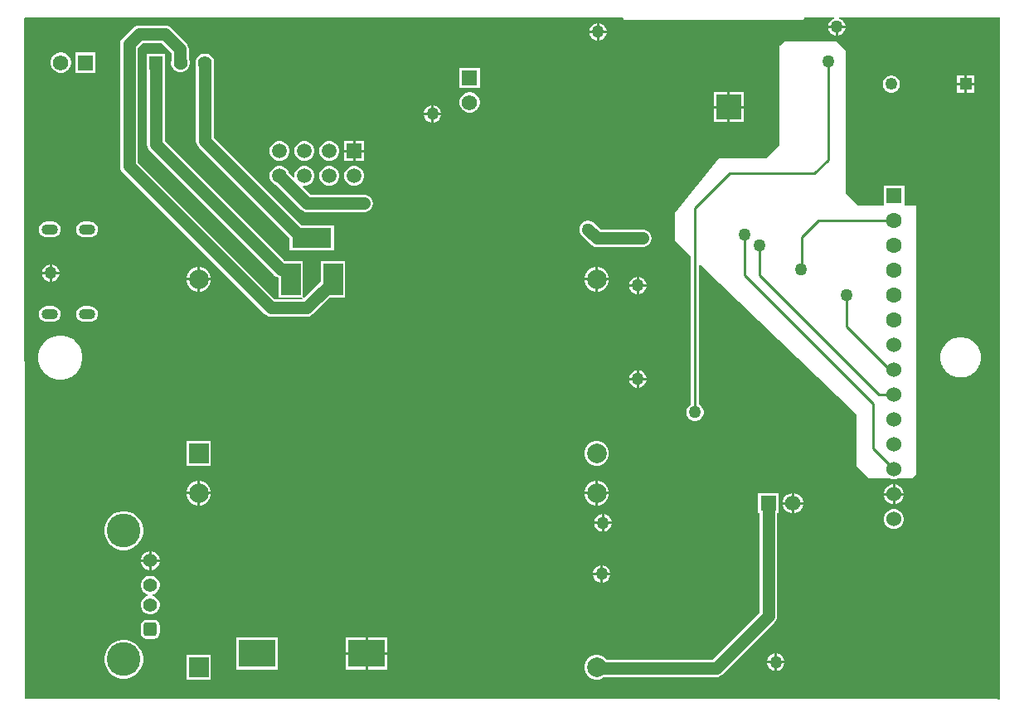
<source format=gbr>
G04*
G04 #@! TF.GenerationSoftware,Altium Limited,Altium Designer,24.1.2 (44)*
G04*
G04 Layer_Physical_Order=1*
G04 Layer_Color=255*
%FSLAX44Y44*%
%MOMM*%
G71*
G04*
G04 #@! TF.SameCoordinates,98FF00E1-DB16-4AB4-99D8-1D2B7C447DA4*
G04*
G04*
G04 #@! TF.FilePolarity,Positive*
G04*
G01*
G75*
%ADD12C,0.2540*%
%ADD18C,1.2500*%
%ADD19R,1.2500X1.2500*%
%ADD20C,1.4000*%
%ADD21R,1.4000X1.4000*%
G04:AMPARAMS|DCode=22|XSize=1.1mm|YSize=1.7mm|CornerRadius=0.55mm|HoleSize=0mm|Usage=FLASHONLY|Rotation=90.000|XOffset=0mm|YOffset=0mm|HoleType=Round|Shape=RoundedRectangle|*
%AMROUNDEDRECTD22*
21,1,1.1000,0.6000,0,0,90.0*
21,1,0.0000,1.7000,0,0,90.0*
1,1,1.1000,0.3000,0.0000*
1,1,1.1000,0.3000,0.0000*
1,1,1.1000,-0.3000,0.0000*
1,1,1.1000,-0.3000,0.0000*
%
%ADD22ROUNDEDRECTD22*%
%ADD33C,1.2700*%
%ADD34C,0.7620*%
%ADD35C,0.8890*%
%ADD36R,2.5400X2.5400*%
%ADD37C,1.5080*%
%ADD38R,1.5080X1.5080*%
%ADD39C,1.5750*%
%ADD40R,1.5750X1.5750*%
%ADD41C,1.5240*%
%ADD42R,1.6050X1.6050*%
%ADD43C,1.6050*%
%ADD44C,2.0000*%
%ADD45R,2.0000X2.0000*%
%ADD46C,1.4200*%
G04:AMPARAMS|DCode=47|XSize=1.42mm|YSize=1.42mm|CornerRadius=0.355mm|HoleSize=0mm|Usage=FLASHONLY|Rotation=90.000|XOffset=0mm|YOffset=0mm|HoleType=Round|Shape=RoundedRectangle|*
%AMROUNDEDRECTD47*
21,1,1.4200,0.7100,0,0,90.0*
21,1,0.7100,1.4200,0,0,90.0*
1,1,0.7100,0.3550,0.3550*
1,1,0.7100,0.3550,-0.3550*
1,1,0.7100,-0.3550,-0.3550*
1,1,0.7100,-0.3550,0.3550*
%
%ADD47ROUNDEDRECTD47*%
%ADD48C,3.4500*%
%ADD49R,2.0000X3.2380*%
%ADD50R,4.0000X2.0000*%
%ADD51R,3.7460X2.7968*%
%ADD52R,3.7338X2.7965*%
%ADD53R,1.5750X1.5750*%
%ADD54C,1.2700*%
G36*
X499110Y-349266D02*
X497937Y-349752D01*
X496570Y-348385D01*
X-496570D01*
X-496690Y346428D01*
X-495420Y347575D01*
X114630D01*
Y347370D01*
X114827Y346379D01*
X115389Y345539D01*
X116229Y344977D01*
X117220Y344780D01*
X297220D01*
X298211Y344977D01*
X299051Y345539D01*
X299613Y346379D01*
X299810Y347370D01*
Y347575D01*
X329891D01*
X330058Y346305D01*
X329309Y346104D01*
X327281Y344934D01*
X325626Y343279D01*
X324456Y341251D01*
X323877Y339090D01*
X341603D01*
X341024Y341251D01*
X339854Y343279D01*
X338199Y344934D01*
X336171Y346104D01*
X335422Y346305D01*
X335589Y347575D01*
X499110D01*
Y-349266D01*
D02*
G37*
%LPC*%
G36*
X90170Y341603D02*
Y334010D01*
X97763D01*
X97184Y336171D01*
X96014Y338199D01*
X94359Y339854D01*
X92331Y341024D01*
X90170Y341603D01*
D02*
G37*
G36*
X87630D02*
X85469Y341024D01*
X83441Y339854D01*
X81786Y338199D01*
X80616Y336171D01*
X80037Y334010D01*
X87630D01*
Y341603D01*
D02*
G37*
G36*
X341603Y336550D02*
X334010D01*
Y328957D01*
X336171Y329536D01*
X338199Y330706D01*
X339854Y332361D01*
X341024Y334389D01*
X341603Y336550D01*
D02*
G37*
G36*
X331470D02*
X323877D01*
X324456Y334389D01*
X325626Y332361D01*
X327281Y330706D01*
X329309Y329536D01*
X331470Y328957D01*
Y336550D01*
D02*
G37*
G36*
X97763Y331470D02*
X90170D01*
Y323877D01*
X92331Y324456D01*
X94359Y325626D01*
X96014Y327281D01*
X97184Y329309D01*
X97763Y331470D01*
D02*
G37*
G36*
X87630D02*
X80037D01*
X80616Y329309D01*
X81786Y327281D01*
X83441Y325626D01*
X85469Y324456D01*
X87630Y323877D01*
Y331470D01*
D02*
G37*
G36*
X-353060Y339167D02*
X-379730D01*
X-382051Y338861D01*
X-384213Y337965D01*
X-386070Y336540D01*
X-396230Y326380D01*
X-397655Y324523D01*
X-398551Y322361D01*
X-398857Y320040D01*
Y195580D01*
X-398551Y193259D01*
X-397655Y191097D01*
X-396230Y189240D01*
X-251450Y44460D01*
X-249593Y43035D01*
X-247431Y42139D01*
X-245110Y41833D01*
X-208440D01*
X-206119Y42139D01*
X-203957Y43035D01*
X-202100Y44460D01*
X-185279Y61280D01*
X-169070D01*
Y98740D01*
X-194150D01*
Y77771D01*
X-211220Y60701D01*
X-212250Y61467D01*
X-212250Y62473D01*
Y98740D01*
X-227857D01*
X-228440Y98817D01*
X-230916D01*
X-353453Y221354D01*
Y291450D01*
X-352880D01*
Y310530D01*
X-371960D01*
Y291450D01*
X-371387D01*
Y217640D01*
X-371081Y215319D01*
X-370185Y213157D01*
X-368760Y211300D01*
X-240970Y83510D01*
X-240970Y83510D01*
X-239113Y82085D01*
X-237330Y81346D01*
Y61280D01*
X-213505D01*
X-212772Y60010D01*
X-212894Y59767D01*
X-241396D01*
X-380923Y199294D01*
Y316326D01*
X-376016Y321233D01*
X-356774D01*
X-346636Y311095D01*
Y303457D01*
X-346960Y302246D01*
Y299734D01*
X-346310Y297308D01*
X-345054Y295132D01*
X-343278Y293356D01*
X-341102Y292100D01*
X-338676Y291450D01*
X-336164D01*
X-333738Y292100D01*
X-331562Y293356D01*
X-329786Y295132D01*
X-328530Y297308D01*
X-327880Y299734D01*
Y302246D01*
X-328530Y304672D01*
X-328702Y304970D01*
Y314809D01*
X-329008Y317129D01*
X-329903Y319292D01*
X-331328Y321149D01*
X-346720Y336540D01*
X-348577Y337965D01*
X-350739Y338861D01*
X-353060Y339167D01*
D02*
G37*
G36*
X-424125Y311575D02*
X-444955D01*
Y290745D01*
X-424125D01*
Y311575D01*
D02*
G37*
G36*
X-458169D02*
X-460911D01*
X-463560Y310865D01*
X-465935Y309494D01*
X-467874Y307555D01*
X-469245Y305180D01*
X-469955Y302531D01*
Y299789D01*
X-469245Y297140D01*
X-467874Y294765D01*
X-465935Y292826D01*
X-463560Y291455D01*
X-460911Y290745D01*
X-458169D01*
X-455520Y291455D01*
X-453145Y292826D01*
X-451206Y294765D01*
X-449835Y297140D01*
X-449125Y299789D01*
Y302531D01*
X-449835Y305180D01*
X-451206Y307555D01*
X-453145Y309494D01*
X-455520Y310865D01*
X-458169Y311575D01*
D02*
G37*
G36*
X473410Y288190D02*
X465890D01*
Y280670D01*
X473410D01*
Y288190D01*
D02*
G37*
G36*
X463350D02*
X455830D01*
Y280670D01*
X463350D01*
Y288190D01*
D02*
G37*
G36*
X-31665Y295965D02*
X-52495D01*
Y275135D01*
X-31665D01*
Y295965D01*
D02*
G37*
G36*
X473410Y278130D02*
X465890D01*
Y270610D01*
X473410D01*
Y278130D01*
D02*
G37*
G36*
X463350D02*
X455830D01*
Y270610D01*
X463350D01*
Y278130D01*
D02*
G37*
G36*
X389777Y288190D02*
X387463D01*
X385227Y287591D01*
X383223Y286434D01*
X381586Y284797D01*
X380429Y282793D01*
X379830Y280557D01*
Y278243D01*
X380429Y276007D01*
X381586Y274003D01*
X383223Y272366D01*
X385227Y271209D01*
X387463Y270610D01*
X389777D01*
X392013Y271209D01*
X394017Y272366D01*
X395654Y274003D01*
X396811Y276007D01*
X397410Y278243D01*
Y280557D01*
X396811Y282793D01*
X395654Y284797D01*
X394017Y286434D01*
X392013Y287591D01*
X389777Y288190D01*
D02*
G37*
G36*
X237700Y270980D02*
X223730D01*
Y257010D01*
X237700D01*
Y270980D01*
D02*
G37*
G36*
X221190D02*
X207220D01*
Y257010D01*
X221190D01*
Y270980D01*
D02*
G37*
G36*
X-78740Y257783D02*
Y250190D01*
X-71147D01*
X-71726Y252351D01*
X-72896Y254379D01*
X-74551Y256034D01*
X-76579Y257204D01*
X-78740Y257783D01*
D02*
G37*
G36*
X-81280D02*
X-83441Y257204D01*
X-85469Y256034D01*
X-87124Y254379D01*
X-88294Y252351D01*
X-88873Y250190D01*
X-81280D01*
Y257783D01*
D02*
G37*
G36*
X-40709Y270965D02*
X-43451D01*
X-46100Y270255D01*
X-48475Y268884D01*
X-50414Y266945D01*
X-51785Y264570D01*
X-52495Y261921D01*
Y259179D01*
X-51785Y256530D01*
X-50414Y254155D01*
X-48475Y252216D01*
X-46100Y250845D01*
X-43451Y250135D01*
X-40709D01*
X-38060Y250845D01*
X-35685Y252216D01*
X-33746Y254155D01*
X-32375Y256530D01*
X-31665Y259179D01*
Y261921D01*
X-32375Y264570D01*
X-33746Y266945D01*
X-35685Y268884D01*
X-38060Y270255D01*
X-40709Y270965D01*
D02*
G37*
G36*
X237700Y254470D02*
X223730D01*
Y240500D01*
X237700D01*
Y254470D01*
D02*
G37*
G36*
X221190D02*
X207220D01*
Y240500D01*
X221190D01*
Y254470D01*
D02*
G37*
G36*
X-71147Y247650D02*
X-78740D01*
Y240057D01*
X-76579Y240636D01*
X-74551Y241806D01*
X-72896Y243461D01*
X-71726Y245489D01*
X-71147Y247650D01*
D02*
G37*
G36*
X-81280D02*
X-88873D01*
X-88294Y245489D01*
X-87124Y243461D01*
X-85469Y241806D01*
X-83441Y240636D01*
X-81280Y240057D01*
Y247650D01*
D02*
G37*
G36*
X-149940Y221120D02*
X-158750D01*
Y212310D01*
X-149940D01*
Y221120D01*
D02*
G37*
G36*
X-161290D02*
X-170100D01*
Y212310D01*
X-161290D01*
Y221120D01*
D02*
G37*
G36*
X-149940Y209770D02*
X-158750D01*
Y200960D01*
X-149940D01*
Y209770D01*
D02*
G37*
G36*
X-161290D02*
X-170100D01*
Y200960D01*
X-161290D01*
Y209770D01*
D02*
G37*
G36*
X-184093Y221120D02*
X-186747D01*
X-189311Y220433D01*
X-191609Y219106D01*
X-193486Y217229D01*
X-194813Y214931D01*
X-195500Y212367D01*
Y209713D01*
X-194813Y207149D01*
X-193486Y204851D01*
X-191609Y202974D01*
X-189311Y201647D01*
X-186747Y200960D01*
X-184093D01*
X-181529Y201647D01*
X-179231Y202974D01*
X-177354Y204851D01*
X-176027Y207149D01*
X-175340Y209713D01*
Y212367D01*
X-176027Y214931D01*
X-177354Y217229D01*
X-179231Y219106D01*
X-181529Y220433D01*
X-184093Y221120D01*
D02*
G37*
G36*
X-209493D02*
X-212147D01*
X-214711Y220433D01*
X-217009Y219106D01*
X-218886Y217229D01*
X-220213Y214931D01*
X-220900Y212367D01*
Y209713D01*
X-220213Y207149D01*
X-218886Y204851D01*
X-217009Y202974D01*
X-214711Y201647D01*
X-212147Y200960D01*
X-209493D01*
X-206929Y201647D01*
X-204631Y202974D01*
X-202754Y204851D01*
X-201427Y207149D01*
X-200740Y209713D01*
Y212367D01*
X-201427Y214931D01*
X-202754Y217229D01*
X-204631Y219106D01*
X-206929Y220433D01*
X-209493Y221120D01*
D02*
G37*
G36*
X-234893D02*
X-237547D01*
X-240111Y220433D01*
X-242409Y219106D01*
X-244286Y217229D01*
X-245613Y214931D01*
X-246300Y212367D01*
Y209713D01*
X-245613Y207149D01*
X-244286Y204851D01*
X-242409Y202974D01*
X-240111Y201647D01*
X-237547Y200960D01*
X-234893D01*
X-232329Y201647D01*
X-230031Y202974D01*
X-228154Y204851D01*
X-226827Y207149D01*
X-226140Y209713D01*
Y212367D01*
X-226827Y214931D01*
X-228154Y217229D01*
X-230031Y219106D01*
X-232329Y220433D01*
X-234893Y221120D01*
D02*
G37*
G36*
X-209493Y195720D02*
X-212147D01*
X-214711Y195033D01*
X-217009Y193706D01*
X-218886Y191829D01*
X-220213Y189531D01*
X-220900Y186967D01*
Y184797D01*
X-222140Y184241D01*
X-226606Y188707D01*
X-226827Y189531D01*
X-228154Y191829D01*
X-230031Y193706D01*
X-232329Y195033D01*
X-234893Y195720D01*
X-237547D01*
X-240111Y195033D01*
X-242409Y193706D01*
X-244286Y191829D01*
X-245613Y189531D01*
X-246300Y186967D01*
Y184313D01*
X-245613Y181749D01*
X-244286Y179451D01*
X-242409Y177574D01*
X-240111Y176247D01*
X-239287Y176026D01*
X-214400Y151140D01*
X-212543Y149715D01*
X-210381Y148819D01*
X-208060Y148513D01*
X-149860D01*
X-149277Y148590D01*
X-148690D01*
X-148122Y148742D01*
X-147539Y148819D01*
X-146996Y149044D01*
X-146429Y149196D01*
X-145920Y149490D01*
X-145377Y149715D01*
X-144910Y150072D01*
X-144401Y150366D01*
X-143986Y150782D01*
X-143520Y151140D01*
X-143162Y151606D01*
X-142746Y152021D01*
X-142452Y152530D01*
X-142095Y152997D01*
X-141870Y153539D01*
X-141576Y154049D01*
X-141424Y154616D01*
X-141199Y155159D01*
X-141122Y155742D01*
X-140970Y156310D01*
Y156897D01*
X-140893Y157480D01*
X-140970Y158063D01*
Y158650D01*
X-141122Y159218D01*
X-141199Y159801D01*
X-141424Y160344D01*
X-141576Y160911D01*
X-141870Y161420D01*
X-142095Y161963D01*
X-142452Y162430D01*
X-142746Y162939D01*
X-143162Y163354D01*
X-143520Y163820D01*
X-143986Y164178D01*
X-144401Y164594D01*
X-144910Y164888D01*
X-145377Y165245D01*
X-145920Y165470D01*
X-146429Y165764D01*
X-146996Y165916D01*
X-147539Y166141D01*
X-148122Y166218D01*
X-148690Y166370D01*
X-149277D01*
X-149860Y166447D01*
X-204346D01*
X-212219Y174320D01*
X-211663Y175560D01*
X-209493D01*
X-206929Y176247D01*
X-204631Y177574D01*
X-202754Y179451D01*
X-201427Y181749D01*
X-200740Y184313D01*
Y186967D01*
X-201427Y189531D01*
X-202754Y191829D01*
X-204631Y193706D01*
X-206929Y195033D01*
X-209493Y195720D01*
D02*
G37*
G36*
X-158693D02*
X-161347D01*
X-163911Y195033D01*
X-166209Y193706D01*
X-168086Y191829D01*
X-169413Y189531D01*
X-170100Y186967D01*
Y184313D01*
X-169413Y181749D01*
X-168086Y179451D01*
X-166209Y177574D01*
X-163911Y176247D01*
X-161347Y175560D01*
X-158693D01*
X-156129Y176247D01*
X-153831Y177574D01*
X-151954Y179451D01*
X-150627Y181749D01*
X-149940Y184313D01*
Y186967D01*
X-150627Y189531D01*
X-151954Y191829D01*
X-153831Y193706D01*
X-156129Y195033D01*
X-158693Y195720D01*
D02*
G37*
G36*
X-184093D02*
X-186747D01*
X-189311Y195033D01*
X-191609Y193706D01*
X-193486Y191829D01*
X-194813Y189531D01*
X-195500Y186967D01*
Y184313D01*
X-194813Y181749D01*
X-193486Y179451D01*
X-191609Y177574D01*
X-189311Y176247D01*
X-186747Y175560D01*
X-184093D01*
X-181529Y176247D01*
X-179231Y177574D01*
X-177354Y179451D01*
X-176027Y181749D01*
X-175340Y184313D01*
Y186967D01*
X-176027Y189531D01*
X-177354Y191829D01*
X-179231Y193706D01*
X-181529Y195033D01*
X-184093Y195720D01*
D02*
G37*
G36*
X-429780Y138939D02*
X-435780D01*
X-437879Y138663D01*
X-439835Y137853D01*
X-441514Y136564D01*
X-442803Y134885D01*
X-443613Y132929D01*
X-443889Y130830D01*
X-443613Y128731D01*
X-442803Y126775D01*
X-441514Y125096D01*
X-439835Y123807D01*
X-437879Y122997D01*
X-435780Y122721D01*
X-429780D01*
X-427681Y122997D01*
X-425725Y123807D01*
X-424046Y125096D01*
X-422757Y126775D01*
X-421947Y128731D01*
X-421671Y130830D01*
X-421947Y132929D01*
X-422757Y134885D01*
X-424046Y136564D01*
X-425725Y137853D01*
X-427681Y138663D01*
X-429780Y138939D01*
D02*
G37*
G36*
X-467780D02*
X-473780D01*
X-475879Y138663D01*
X-477835Y137853D01*
X-479514Y136564D01*
X-480803Y134885D01*
X-481613Y132929D01*
X-481889Y130830D01*
X-481613Y128731D01*
X-480803Y126775D01*
X-479514Y125096D01*
X-477835Y123807D01*
X-475879Y122997D01*
X-473780Y122721D01*
X-467780D01*
X-465681Y122997D01*
X-463725Y123807D01*
X-462046Y125096D01*
X-460757Y126775D01*
X-459947Y128731D01*
X-459671Y130830D01*
X-459947Y132929D01*
X-460757Y134885D01*
X-462046Y136564D01*
X-463725Y137853D01*
X-465681Y138663D01*
X-467780Y138939D01*
D02*
G37*
G36*
X78740Y139777D02*
X78157Y139700D01*
X77570D01*
X77002Y139548D01*
X76419Y139471D01*
X75876Y139246D01*
X75309Y139094D01*
X74799Y138800D01*
X74257Y138575D01*
X73790Y138218D01*
X73281Y137924D01*
X72866Y137508D01*
X72400Y137150D01*
X72042Y136684D01*
X71626Y136269D01*
X71332Y135759D01*
X70975Y135293D01*
X70750Y134750D01*
X70456Y134241D01*
X70304Y133674D01*
X70079Y133131D01*
X70002Y132548D01*
X69850Y131980D01*
Y131393D01*
X69773Y130810D01*
X69850Y130227D01*
Y129640D01*
X70002Y129072D01*
X70079Y128489D01*
X70304Y127946D01*
X70456Y127379D01*
X70750Y126869D01*
X70975Y126327D01*
X71332Y125861D01*
X71626Y125351D01*
X72042Y124936D01*
X72400Y124470D01*
X81290Y115580D01*
X83147Y114155D01*
X85309Y113259D01*
X87630Y112953D01*
X134620D01*
X135203Y113030D01*
X135790D01*
X136358Y113182D01*
X136941Y113259D01*
X137484Y113484D01*
X138051Y113636D01*
X138560Y113930D01*
X139103Y114155D01*
X139570Y114512D01*
X140079Y114806D01*
X140494Y115222D01*
X140960Y115580D01*
X141318Y116046D01*
X141734Y116461D01*
X142028Y116971D01*
X142385Y117437D01*
X142610Y117979D01*
X142904Y118489D01*
X143056Y119056D01*
X143281Y119599D01*
X143358Y120182D01*
X143510Y120750D01*
Y121337D01*
X143587Y121920D01*
X143510Y122503D01*
Y123090D01*
X143358Y123658D01*
X143281Y124241D01*
X143056Y124784D01*
X142904Y125351D01*
X142610Y125861D01*
X142385Y126403D01*
X142028Y126869D01*
X141734Y127379D01*
X141318Y127794D01*
X140960Y128260D01*
X140494Y128618D01*
X140079Y129034D01*
X139570Y129328D01*
X139103Y129685D01*
X138560Y129910D01*
X138051Y130204D01*
X137484Y130356D01*
X136941Y130581D01*
X136358Y130658D01*
X135790Y130810D01*
X135203D01*
X134620Y130887D01*
X91344D01*
X85080Y137150D01*
X84614Y137508D01*
X84199Y137924D01*
X83689Y138218D01*
X83223Y138575D01*
X82681Y138800D01*
X82171Y139094D01*
X81604Y139246D01*
X81061Y139471D01*
X80478Y139548D01*
X79910Y139700D01*
X79323D01*
X78740Y139777D01*
D02*
G37*
G36*
X-311164Y310530D02*
X-313676D01*
X-316102Y309880D01*
X-318278Y308624D01*
X-320054Y306848D01*
X-321310Y304672D01*
X-321960Y302246D01*
Y299734D01*
X-321387Y297595D01*
Y221140D01*
X-321081Y218819D01*
X-320185Y216657D01*
X-318760Y214800D01*
X-225740Y121779D01*
Y109380D01*
X-180660D01*
Y134460D01*
X-213059D01*
X-303453Y224854D01*
Y297595D01*
X-302880Y299734D01*
Y302246D01*
X-303530Y304672D01*
X-304786Y306848D01*
X-306562Y308624D01*
X-308738Y309880D01*
X-311164Y310530D01*
D02*
G37*
G36*
X-468630Y95223D02*
Y87630D01*
X-461037D01*
X-461616Y89791D01*
X-462786Y91819D01*
X-464441Y93474D01*
X-466469Y94644D01*
X-468630Y95223D01*
D02*
G37*
G36*
X-471170D02*
X-473331Y94644D01*
X-475359Y93474D01*
X-477014Y91819D01*
X-478184Y89791D01*
X-478763Y87630D01*
X-471170D01*
Y95223D01*
D02*
G37*
G36*
X89281Y92550D02*
X88900D01*
Y81280D01*
X100170D01*
Y81661D01*
X99315Y84850D01*
X97664Y87710D01*
X95330Y90044D01*
X92470Y91695D01*
X89281Y92550D01*
D02*
G37*
G36*
X86360D02*
X85979D01*
X82790Y91695D01*
X79930Y90044D01*
X77596Y87710D01*
X75945Y84850D01*
X75090Y81661D01*
Y81280D01*
X86360D01*
Y92550D01*
D02*
G37*
G36*
X-317119D02*
X-317500D01*
Y81280D01*
X-306230D01*
Y81661D01*
X-307085Y84850D01*
X-308736Y87710D01*
X-311070Y90044D01*
X-313930Y91695D01*
X-317119Y92550D01*
D02*
G37*
G36*
X-320040D02*
X-320421D01*
X-323610Y91695D01*
X-326470Y90044D01*
X-328805Y87710D01*
X-330455Y84850D01*
X-331310Y81661D01*
Y81280D01*
X-320040D01*
Y92550D01*
D02*
G37*
G36*
X-461037Y85090D02*
X-468630D01*
Y77497D01*
X-466469Y78076D01*
X-464441Y79246D01*
X-462786Y80901D01*
X-461616Y82929D01*
X-461037Y85090D01*
D02*
G37*
G36*
X-471170D02*
X-478763D01*
X-478184Y82929D01*
X-477014Y80901D01*
X-475359Y79246D01*
X-473331Y78076D01*
X-471170Y77497D01*
Y85090D01*
D02*
G37*
G36*
X130810Y82523D02*
Y74930D01*
X138403D01*
X137824Y77091D01*
X136654Y79119D01*
X134999Y80774D01*
X132971Y81944D01*
X130810Y82523D01*
D02*
G37*
G36*
X128270D02*
X126109Y81944D01*
X124081Y80774D01*
X122426Y79119D01*
X121256Y77091D01*
X120677Y74930D01*
X128270D01*
Y82523D01*
D02*
G37*
G36*
X100170Y78740D02*
X88900D01*
Y67470D01*
X89281D01*
X92470Y68325D01*
X95330Y69976D01*
X97664Y72310D01*
X99315Y75170D01*
X100170Y78359D01*
Y78740D01*
D02*
G37*
G36*
X86360D02*
X75090D01*
Y78359D01*
X75945Y75170D01*
X77596Y72310D01*
X79930Y69976D01*
X82790Y68325D01*
X85979Y67470D01*
X86360D01*
Y78740D01*
D02*
G37*
G36*
X-306230D02*
X-317500D01*
Y67470D01*
X-317119D01*
X-313930Y68325D01*
X-311070Y69976D01*
X-308736Y72310D01*
X-307085Y75170D01*
X-306230Y78359D01*
Y78740D01*
D02*
G37*
G36*
X-320040D02*
X-331310D01*
Y78359D01*
X-330455Y75170D01*
X-328805Y72310D01*
X-326470Y69976D01*
X-323610Y68325D01*
X-320421Y67470D01*
X-320040D01*
Y78740D01*
D02*
G37*
G36*
X138403Y72390D02*
X130810D01*
Y64797D01*
X132971Y65376D01*
X134999Y66546D01*
X136654Y68201D01*
X137824Y70229D01*
X138403Y72390D01*
D02*
G37*
G36*
X128270D02*
X120677D01*
X121256Y70229D01*
X122426Y68201D01*
X124081Y66546D01*
X126109Y65376D01*
X128270Y64797D01*
Y72390D01*
D02*
G37*
G36*
X-429780Y52539D02*
X-435780D01*
X-437879Y52263D01*
X-439835Y51453D01*
X-441514Y50164D01*
X-442803Y48485D01*
X-443613Y46529D01*
X-443889Y44430D01*
X-443613Y42331D01*
X-442803Y40375D01*
X-441514Y38696D01*
X-439835Y37407D01*
X-437879Y36597D01*
X-435780Y36321D01*
X-429780D01*
X-427681Y36597D01*
X-425725Y37407D01*
X-424046Y38696D01*
X-422757Y40375D01*
X-421947Y42331D01*
X-421671Y44430D01*
X-421947Y46529D01*
X-422757Y48485D01*
X-424046Y50164D01*
X-425725Y51453D01*
X-427681Y52263D01*
X-429780Y52539D01*
D02*
G37*
G36*
X-467780D02*
X-473780D01*
X-475879Y52263D01*
X-477835Y51453D01*
X-479514Y50164D01*
X-480803Y48485D01*
X-481613Y46529D01*
X-481889Y44430D01*
X-481613Y42331D01*
X-480803Y40375D01*
X-479514Y38696D01*
X-477835Y37407D01*
X-475879Y36597D01*
X-473780Y36321D01*
X-467780D01*
X-465681Y36597D01*
X-463725Y37407D01*
X-462046Y38696D01*
X-460757Y40375D01*
X-459947Y42331D01*
X-459671Y44430D01*
X-459947Y46529D01*
X-460757Y48485D01*
X-462046Y50164D01*
X-463725Y51453D01*
X-465681Y52263D01*
X-467780Y52539D01*
D02*
G37*
G36*
X461214Y20716D02*
X457669D01*
X457419Y20666D01*
X457164D01*
X453686Y19974D01*
X453450Y19877D01*
X453200Y19827D01*
X449924Y18470D01*
X449712Y18328D01*
X449477Y18231D01*
X446529Y16261D01*
X446348Y16080D01*
X446136Y15939D01*
X443629Y13431D01*
X443487Y13219D01*
X443307Y13039D01*
X441337Y10091D01*
X441239Y9855D01*
X441098Y9643D01*
X439741Y6367D01*
X439691Y6117D01*
X439593Y5882D01*
X438902Y2404D01*
Y2149D01*
X438852Y1899D01*
Y-1647D01*
X438902Y-1897D01*
Y-2152D01*
X439593Y-5630D01*
X439691Y-5865D01*
X439741Y-6116D01*
X441098Y-9391D01*
X441239Y-9603D01*
X441337Y-9839D01*
X443307Y-12787D01*
X443487Y-12968D01*
X443629Y-13180D01*
X446136Y-15687D01*
X446348Y-15829D01*
X446529Y-16009D01*
X449477Y-17979D01*
X449712Y-18076D01*
X449924Y-18218D01*
X453200Y-19575D01*
X453450Y-19625D01*
X453686Y-19722D01*
X457164Y-20414D01*
X457419D01*
X457669Y-20464D01*
X461214D01*
X461465Y-20414D01*
X461720D01*
X465197Y-19722D01*
X465433Y-19625D01*
X465683Y-19575D01*
X468959Y-18218D01*
X469171Y-18076D01*
X469407Y-17979D01*
X472355Y-16009D01*
X472535Y-15829D01*
X472747Y-15687D01*
X475254Y-13180D01*
X475396Y-12968D01*
X475576Y-12787D01*
X477546Y-9839D01*
X477644Y-9603D01*
X477786Y-9391D01*
X479142Y-6116D01*
X479192Y-5865D01*
X479290Y-5630D01*
X479982Y-2152D01*
Y-1897D01*
X480031Y-1647D01*
Y1899D01*
X479982Y2149D01*
Y2404D01*
X479290Y5882D01*
X479192Y6117D01*
X479142Y6367D01*
X477786Y9643D01*
X477644Y9855D01*
X477546Y10091D01*
X475576Y13039D01*
X475396Y13219D01*
X475254Y13431D01*
X472747Y15939D01*
X472535Y16080D01*
X472355Y16261D01*
X469407Y18231D01*
X469171Y18328D01*
X468959Y18470D01*
X465683Y19827D01*
X465433Y19877D01*
X465197Y19974D01*
X461720Y20666D01*
X461465D01*
X461214Y20716D01*
D02*
G37*
G36*
X130810Y-12937D02*
Y-20530D01*
X138403D01*
X137824Y-18369D01*
X136654Y-16341D01*
X134999Y-14686D01*
X132971Y-13516D01*
X130810Y-12937D01*
D02*
G37*
G36*
X128270D02*
X126109Y-13516D01*
X124081Y-14686D01*
X122426Y-16341D01*
X121256Y-18369D01*
X120677Y-20530D01*
X128270D01*
Y-12937D01*
D02*
G37*
G36*
X-458030Y22590D02*
X-461970D01*
X-462220Y22540D01*
X-462475D01*
X-466339Y21771D01*
X-466575Y21674D01*
X-466825Y21624D01*
X-470465Y20116D01*
X-470677Y19975D01*
X-470912Y19877D01*
X-474188Y17688D01*
X-474368Y17508D01*
X-474580Y17366D01*
X-477366Y14581D01*
X-477508Y14368D01*
X-477688Y14188D01*
X-479877Y10912D01*
X-479975Y10677D01*
X-480116Y10465D01*
X-481624Y6825D01*
X-481674Y6575D01*
X-481771Y6339D01*
X-482540Y2475D01*
Y2220D01*
X-482590Y1970D01*
Y-1970D01*
X-482540Y-2220D01*
Y-2475D01*
X-481771Y-6339D01*
X-481674Y-6575D01*
X-481624Y-6825D01*
X-480116Y-10465D01*
X-479975Y-10677D01*
X-479877Y-10912D01*
X-477688Y-14188D01*
X-477508Y-14368D01*
X-477366Y-14581D01*
X-474580Y-17366D01*
X-474368Y-17508D01*
X-474188Y-17688D01*
X-470912Y-19877D01*
X-470677Y-19975D01*
X-470465Y-20116D01*
X-466825Y-21624D01*
X-466575Y-21674D01*
X-466339Y-21771D01*
X-462475Y-22540D01*
X-462220D01*
X-461970Y-22590D01*
X-458030D01*
X-457780Y-22540D01*
X-457525D01*
X-453661Y-21771D01*
X-453425Y-21674D01*
X-453175Y-21624D01*
X-449535Y-20116D01*
X-449323Y-19975D01*
X-449088Y-19877D01*
X-445812Y-17688D01*
X-445632Y-17508D01*
X-445420Y-17366D01*
X-442634Y-14581D01*
X-442492Y-14368D01*
X-442312Y-14188D01*
X-440123Y-10912D01*
X-440025Y-10677D01*
X-439884Y-10465D01*
X-438376Y-6825D01*
X-438326Y-6575D01*
X-438229Y-6339D01*
X-437460Y-2475D01*
Y-2220D01*
X-437410Y-1970D01*
Y1970D01*
X-437460Y2220D01*
Y2475D01*
X-438229Y6339D01*
X-438326Y6575D01*
X-438376Y6825D01*
X-439884Y10465D01*
X-440025Y10677D01*
X-440123Y10912D01*
X-442312Y14188D01*
X-442492Y14368D01*
X-442634Y14581D01*
X-445420Y17366D01*
X-445632Y17508D01*
X-445812Y17688D01*
X-449088Y19877D01*
X-449323Y19975D01*
X-449535Y20116D01*
X-453175Y21624D01*
X-453425Y21674D01*
X-453661Y21771D01*
X-457525Y22540D01*
X-457780D01*
X-458030Y22590D01*
D02*
G37*
G36*
X138403Y-23070D02*
X130810D01*
Y-30663D01*
X132971Y-30084D01*
X134999Y-28914D01*
X136654Y-27259D01*
X137824Y-25231D01*
X138403Y-23070D01*
D02*
G37*
G36*
X128270D02*
X120677D01*
X121256Y-25231D01*
X122426Y-27259D01*
X124081Y-28914D01*
X126109Y-30084D01*
X128270Y-30663D01*
Y-23070D01*
D02*
G37*
G36*
X89281Y-85250D02*
X85979D01*
X82790Y-86105D01*
X79930Y-87755D01*
X77596Y-90090D01*
X75945Y-92950D01*
X75090Y-96139D01*
Y-99441D01*
X75945Y-102630D01*
X77596Y-105490D01*
X79930Y-107824D01*
X82790Y-109475D01*
X85979Y-110330D01*
X89281D01*
X92470Y-109475D01*
X95330Y-107824D01*
X97664Y-105490D01*
X99315Y-102630D01*
X100170Y-99441D01*
Y-96139D01*
X99315Y-92950D01*
X97664Y-90090D01*
X95330Y-87755D01*
X92470Y-86105D01*
X89281Y-85250D01*
D02*
G37*
G36*
X-306230D02*
X-331310D01*
Y-110330D01*
X-306230D01*
Y-85250D01*
D02*
G37*
G36*
X332740Y322580D02*
X279400D01*
X275590Y318770D01*
X274320D01*
Y217170D01*
X260350Y203200D01*
X212443D01*
X167640Y147583D01*
Y119380D01*
X184075Y103620D01*
Y-47857D01*
X182501Y-48766D01*
X180846Y-50421D01*
X179676Y-52449D01*
X179070Y-54710D01*
Y-57050D01*
X179676Y-59311D01*
X180846Y-61339D01*
X182501Y-62994D01*
X184529Y-64164D01*
X186790Y-64770D01*
X189130D01*
X191391Y-64164D01*
X193419Y-62994D01*
X195074Y-61339D01*
X196244Y-59311D01*
X196850Y-57050D01*
Y-54710D01*
X196244Y-52449D01*
X195074Y-50421D01*
X193419Y-48766D01*
X191845Y-47857D01*
Y94552D01*
X193013Y95050D01*
X353060Y-58420D01*
Y-110490D01*
X365760Y-123190D01*
X386238D01*
X387238Y-123768D01*
X389822Y-124460D01*
X392498D01*
X395082Y-123768D01*
X396082Y-123190D01*
X410210D01*
X414020Y-119380D01*
Y-102870D01*
Y154940D01*
X401725D01*
Y175665D01*
X380595D01*
Y154940D01*
X354330D01*
X341630Y167640D01*
Y313690D01*
X332740Y322580D01*
D02*
G37*
G36*
X89281Y-125890D02*
X88900D01*
Y-137160D01*
X100170D01*
Y-136779D01*
X99315Y-133590D01*
X97664Y-130730D01*
X95330Y-128396D01*
X92470Y-126745D01*
X89281Y-125890D01*
D02*
G37*
G36*
X86360D02*
X85979D01*
X82790Y-126745D01*
X79930Y-128396D01*
X77596Y-130730D01*
X75945Y-133590D01*
X75090Y-136779D01*
Y-137160D01*
X86360D01*
Y-125890D01*
D02*
G37*
G36*
X-317119D02*
X-317500D01*
Y-137160D01*
X-306230D01*
Y-136779D01*
X-307085Y-133590D01*
X-308736Y-130730D01*
X-311070Y-128396D01*
X-313930Y-126745D01*
X-317119Y-125890D01*
D02*
G37*
G36*
X-320040D02*
X-320421D01*
X-323610Y-126745D01*
X-326470Y-128396D01*
X-328805Y-130730D01*
X-330455Y-133590D01*
X-331310Y-136779D01*
Y-137160D01*
X-320040D01*
Y-125890D01*
D02*
G37*
G36*
X392498Y-129540D02*
X392430D01*
Y-138430D01*
X401320D01*
Y-138362D01*
X400628Y-135778D01*
X399290Y-133462D01*
X397398Y-131570D01*
X395082Y-130232D01*
X392498Y-129540D01*
D02*
G37*
G36*
X389890D02*
X389822D01*
X387238Y-130232D01*
X384922Y-131570D01*
X383030Y-133462D01*
X381692Y-135778D01*
X381000Y-138362D01*
Y-138430D01*
X389890D01*
Y-129540D01*
D02*
G37*
G36*
X289461Y-138345D02*
X289360D01*
Y-147490D01*
X298505D01*
Y-147389D01*
X297795Y-144740D01*
X296424Y-142365D01*
X294485Y-140426D01*
X292110Y-139055D01*
X289461Y-138345D01*
D02*
G37*
G36*
X286820D02*
X286719D01*
X284070Y-139055D01*
X281695Y-140426D01*
X279756Y-142365D01*
X278385Y-144740D01*
X277675Y-147389D01*
Y-147490D01*
X286820D01*
Y-138345D01*
D02*
G37*
G36*
X401320Y-140970D02*
X392430D01*
Y-149860D01*
X392498D01*
X395082Y-149168D01*
X397398Y-147830D01*
X399290Y-145938D01*
X400628Y-143622D01*
X401320Y-141038D01*
Y-140970D01*
D02*
G37*
G36*
X389890D02*
X381000D01*
Y-141038D01*
X381692Y-143622D01*
X383030Y-145938D01*
X384922Y-147830D01*
X387238Y-149168D01*
X389822Y-149860D01*
X389890D01*
Y-140970D01*
D02*
G37*
G36*
X100170Y-139700D02*
X88900D01*
Y-150970D01*
X89281D01*
X92470Y-150115D01*
X95330Y-148464D01*
X97664Y-146130D01*
X99315Y-143270D01*
X100170Y-140081D01*
Y-139700D01*
D02*
G37*
G36*
X86360D02*
X75090D01*
Y-140081D01*
X75945Y-143270D01*
X77596Y-146130D01*
X79930Y-148464D01*
X82790Y-150115D01*
X85979Y-150970D01*
X86360D01*
Y-139700D01*
D02*
G37*
G36*
X-306230D02*
X-317500D01*
Y-150970D01*
X-317119D01*
X-313930Y-150115D01*
X-311070Y-148464D01*
X-308736Y-146130D01*
X-307085Y-143270D01*
X-306230Y-140081D01*
Y-139700D01*
D02*
G37*
G36*
X-320040D02*
X-331310D01*
Y-140081D01*
X-330455Y-143270D01*
X-328805Y-146130D01*
X-326470Y-148464D01*
X-323610Y-150115D01*
X-320421Y-150970D01*
X-320040D01*
Y-139700D01*
D02*
G37*
G36*
X298505Y-150030D02*
X289360D01*
Y-159175D01*
X289461D01*
X292110Y-158465D01*
X294485Y-157094D01*
X296424Y-155155D01*
X297795Y-152780D01*
X298505Y-150131D01*
Y-150030D01*
D02*
G37*
G36*
X286820D02*
X277675D01*
Y-150131D01*
X278385Y-152780D01*
X279756Y-155155D01*
X281695Y-157094D01*
X284070Y-158465D01*
X286719Y-159175D01*
X286820D01*
Y-150030D01*
D02*
G37*
G36*
X95250Y-160047D02*
Y-167640D01*
X102843D01*
X102264Y-165479D01*
X101094Y-163451D01*
X99439Y-161796D01*
X97411Y-160626D01*
X95250Y-160047D01*
D02*
G37*
G36*
X92710D02*
X90549Y-160626D01*
X88521Y-161796D01*
X86866Y-163451D01*
X85696Y-165479D01*
X85117Y-167640D01*
X92710D01*
Y-160047D01*
D02*
G37*
G36*
X392498Y-154940D02*
X389822D01*
X387238Y-155632D01*
X384922Y-156970D01*
X383030Y-158862D01*
X381692Y-161178D01*
X381000Y-163762D01*
Y-166438D01*
X381692Y-169022D01*
X383030Y-171338D01*
X384922Y-173230D01*
X387238Y-174568D01*
X389822Y-175260D01*
X392498D01*
X395082Y-174568D01*
X397398Y-173230D01*
X399290Y-171338D01*
X400628Y-169022D01*
X401320Y-166438D01*
Y-163762D01*
X400628Y-161178D01*
X399290Y-158862D01*
X397398Y-156970D01*
X395082Y-155632D01*
X392498Y-154940D01*
D02*
G37*
G36*
X102843Y-170180D02*
X95250D01*
Y-177773D01*
X97411Y-177194D01*
X99439Y-176024D01*
X101094Y-174369D01*
X102264Y-172341D01*
X102843Y-170180D01*
D02*
G37*
G36*
X92710D02*
X85117D01*
X85696Y-172341D01*
X86866Y-174369D01*
X88521Y-176024D01*
X90549Y-177194D01*
X92710Y-177773D01*
Y-170180D01*
D02*
G37*
G36*
X-393241Y-157080D02*
X-397139D01*
X-400962Y-157840D01*
X-404564Y-159332D01*
X-407805Y-161498D01*
X-410562Y-164255D01*
X-412728Y-167496D01*
X-414220Y-171098D01*
X-414980Y-174921D01*
Y-178819D01*
X-414220Y-182642D01*
X-412728Y-186244D01*
X-410562Y-189485D01*
X-407805Y-192242D01*
X-404564Y-194408D01*
X-400962Y-195900D01*
X-397139Y-196660D01*
X-393241D01*
X-389417Y-195900D01*
X-385816Y-194408D01*
X-382575Y-192242D01*
X-379818Y-189485D01*
X-377652Y-186244D01*
X-376161Y-182642D01*
X-375400Y-178819D01*
Y-174921D01*
X-376161Y-171098D01*
X-377652Y-167496D01*
X-379818Y-164255D01*
X-382575Y-161498D01*
X-385816Y-159332D01*
X-389417Y-157840D01*
X-393241Y-157080D01*
D02*
G37*
G36*
X-366820Y-197930D02*
Y-206300D01*
X-358450D01*
X-359107Y-203849D01*
X-360376Y-201651D01*
X-362171Y-199856D01*
X-364369Y-198587D01*
X-366820Y-197930D01*
D02*
G37*
G36*
X-369360Y-197930D02*
X-371811Y-198587D01*
X-374009Y-199856D01*
X-375804Y-201651D01*
X-377073Y-203849D01*
X-377730Y-206300D01*
X-369360D01*
Y-197930D01*
D02*
G37*
G36*
Y-208840D02*
X-377730D01*
X-377073Y-211291D01*
X-375804Y-213489D01*
X-374009Y-215284D01*
X-371811Y-216553D01*
X-369360Y-217210D01*
Y-208840D01*
D02*
G37*
G36*
X-358450D02*
X-366820D01*
Y-217210D01*
X-364369Y-216553D01*
X-362171Y-215284D01*
X-360376Y-213489D01*
X-359107Y-211291D01*
X-358450Y-208840D01*
D02*
G37*
G36*
X93980Y-212117D02*
Y-219710D01*
X101573D01*
X100994Y-217549D01*
X99824Y-215521D01*
X98169Y-213866D01*
X96141Y-212696D01*
X93980Y-212117D01*
D02*
G37*
G36*
X91440D02*
X89279Y-212696D01*
X87251Y-213866D01*
X85596Y-215521D01*
X84426Y-217549D01*
X83847Y-219710D01*
X91440D01*
Y-212117D01*
D02*
G37*
G36*
X101573Y-222250D02*
X93980D01*
Y-229843D01*
X96141Y-229264D01*
X98169Y-228094D01*
X99824Y-226439D01*
X100994Y-224411D01*
X101573Y-222250D01*
D02*
G37*
G36*
X91440D02*
X83847D01*
X84426Y-224411D01*
X85596Y-226439D01*
X87251Y-228094D01*
X89279Y-229264D01*
X91440Y-229843D01*
Y-222250D01*
D02*
G37*
G36*
X-366821Y-222930D02*
X-369359D01*
X-371811Y-223587D01*
X-374009Y-224856D01*
X-375804Y-226651D01*
X-377073Y-228849D01*
X-377730Y-231301D01*
Y-233839D01*
X-377073Y-236291D01*
X-375804Y-238489D01*
X-374009Y-240284D01*
X-371811Y-241553D01*
X-370469Y-241913D01*
Y-243227D01*
X-371811Y-243587D01*
X-374009Y-244856D01*
X-375804Y-246651D01*
X-377073Y-248849D01*
X-377730Y-251301D01*
Y-253839D01*
X-377073Y-256291D01*
X-375804Y-258489D01*
X-374009Y-260284D01*
X-371811Y-261553D01*
X-369359Y-262210D01*
X-366821D01*
X-364369Y-261553D01*
X-362171Y-260284D01*
X-360376Y-258489D01*
X-359107Y-256291D01*
X-358450Y-253839D01*
Y-251301D01*
X-359107Y-248849D01*
X-360376Y-246651D01*
X-362171Y-244856D01*
X-364369Y-243587D01*
X-365711Y-243227D01*
Y-241913D01*
X-364369Y-241553D01*
X-362171Y-240284D01*
X-360376Y-238489D01*
X-359107Y-236291D01*
X-358450Y-233839D01*
Y-231301D01*
X-359107Y-228849D01*
X-360376Y-226651D01*
X-362171Y-224856D01*
X-364369Y-223587D01*
X-366821Y-222930D01*
D02*
G37*
G36*
X-364540Y-267811D02*
X-371640D01*
X-374016Y-268283D01*
X-376031Y-269629D01*
X-377377Y-271644D01*
X-377849Y-274020D01*
Y-281120D01*
X-377377Y-283496D01*
X-376031Y-285511D01*
X-374016Y-286857D01*
X-371640Y-287329D01*
X-364540D01*
X-362164Y-286857D01*
X-360149Y-285511D01*
X-358803Y-283496D01*
X-358331Y-281120D01*
Y-274020D01*
X-358803Y-271644D01*
X-360149Y-269629D01*
X-362164Y-268283D01*
X-364540Y-267811D01*
D02*
G37*
G36*
X-126050Y-285736D02*
X-146050D01*
Y-300990D01*
X-126050D01*
Y-285736D01*
D02*
G37*
G36*
X-148590D02*
X-168590D01*
Y-300990D01*
X-148590D01*
Y-285736D01*
D02*
G37*
G36*
X273505Y-138345D02*
X252675D01*
Y-159175D01*
X254123D01*
Y-260246D01*
X205836Y-308533D01*
X97666D01*
X97664Y-308530D01*
X95330Y-306196D01*
X92470Y-304545D01*
X89281Y-303690D01*
X85979D01*
X82790Y-304545D01*
X79930Y-306196D01*
X77596Y-308530D01*
X75945Y-311390D01*
X75090Y-314579D01*
Y-317881D01*
X75945Y-321070D01*
X77596Y-323930D01*
X79930Y-326264D01*
X82790Y-327915D01*
X85979Y-328770D01*
X89281D01*
X92470Y-327915D01*
X94979Y-326467D01*
X209550D01*
X211871Y-326161D01*
X214033Y-325265D01*
X215890Y-323840D01*
X269430Y-270300D01*
X270855Y-268443D01*
X271751Y-266281D01*
X272057Y-263960D01*
Y-159175D01*
X273505D01*
Y-138345D01*
D02*
G37*
G36*
X271780Y-302287D02*
Y-309880D01*
X279373D01*
X278794Y-307719D01*
X277624Y-305691D01*
X275969Y-304036D01*
X273941Y-302866D01*
X271780Y-302287D01*
D02*
G37*
G36*
X269240D02*
X267079Y-302866D01*
X265051Y-304036D01*
X263396Y-305691D01*
X262226Y-307719D01*
X261647Y-309880D01*
X269240D01*
Y-302287D01*
D02*
G37*
G36*
X-237871Y-285737D02*
X-280289D01*
Y-318783D01*
X-237871D01*
Y-285737D01*
D02*
G37*
G36*
X-126050Y-303530D02*
X-146050D01*
Y-318784D01*
X-126050D01*
Y-303530D01*
D02*
G37*
G36*
X-148590D02*
X-168590D01*
Y-318784D01*
X-148590D01*
Y-303530D01*
D02*
G37*
G36*
X279373Y-312420D02*
X271780D01*
Y-320013D01*
X273941Y-319434D01*
X275969Y-318264D01*
X277624Y-316609D01*
X278794Y-314581D01*
X279373Y-312420D01*
D02*
G37*
G36*
X269240D02*
X261647D01*
X262226Y-314581D01*
X263396Y-316609D01*
X265051Y-318264D01*
X267079Y-319434D01*
X269240Y-320013D01*
Y-312420D01*
D02*
G37*
G36*
X-393241Y-288480D02*
X-397139D01*
X-400962Y-289240D01*
X-404564Y-290732D01*
X-407805Y-292898D01*
X-410562Y-295655D01*
X-412728Y-298896D01*
X-414220Y-302498D01*
X-414980Y-306321D01*
Y-310219D01*
X-414220Y-314042D01*
X-412728Y-317644D01*
X-410562Y-320885D01*
X-407805Y-323642D01*
X-404564Y-325808D01*
X-400962Y-327299D01*
X-397139Y-328060D01*
X-393241D01*
X-389417Y-327299D01*
X-385816Y-325808D01*
X-382575Y-323642D01*
X-379818Y-320885D01*
X-377652Y-317644D01*
X-376161Y-314042D01*
X-375400Y-310219D01*
Y-306321D01*
X-376161Y-302498D01*
X-377652Y-298896D01*
X-379818Y-295655D01*
X-382575Y-292898D01*
X-385816Y-290732D01*
X-389417Y-289240D01*
X-393241Y-288480D01*
D02*
G37*
G36*
X-306230Y-303690D02*
X-331310D01*
Y-328770D01*
X-306230D01*
Y-303690D01*
D02*
G37*
%LPD*%
D12*
X323850Y201930D02*
Y302260D01*
X375920Y-38100D02*
X391160D01*
X254000Y83820D02*
Y114300D01*
Y83820D02*
X375920Y-38100D01*
X238760Y83820D02*
Y125730D01*
Y83820D02*
X369570Y-46990D01*
Y-92710D02*
Y-46990D01*
X187960Y-55880D02*
Y152400D01*
X223520Y187960D01*
X297379Y91639D02*
Y123389D01*
X313690Y139700D02*
X391160D01*
X297379Y123389D02*
X313690Y139700D01*
X295910Y90170D02*
X297379Y91639D01*
X223520Y187960D02*
X309880D01*
X323850Y201930D01*
X342900Y31750D02*
Y63500D01*
Y31750D02*
X383713Y-9063D01*
X369570Y-92710D02*
X391160Y-114300D01*
X387723Y-12700D02*
X391160D01*
X384086Y-9063D02*
X387723Y-12700D01*
X383713Y-9063D02*
X384086D01*
D18*
X388620Y279400D02*
D03*
D19*
X464620D02*
D03*
D20*
X-312420Y300990D02*
D03*
X-337420D02*
D03*
D21*
X-362420D02*
D03*
D22*
X-470780Y130830D02*
D03*
Y44430D02*
D03*
X-432780Y130830D02*
D03*
Y44430D02*
D03*
D33*
X-228440Y89850D02*
X-224790Y86200D01*
X-234630Y89850D02*
X-228440D01*
X-362420Y217640D02*
Y300990D01*
X-224790Y80010D02*
Y86200D01*
X-362420Y217640D02*
X-234630Y89850D01*
X-312420Y221140D02*
X-213200Y121920D01*
X-312420Y221140D02*
Y300760D01*
X-213200Y121920D02*
X-203200D01*
X-389890Y195580D02*
X-245110Y50800D01*
X-208440D02*
X-181610Y77630D01*
X-245110Y50800D02*
X-208440D01*
X-181610Y77630D02*
Y83820D01*
X-389890Y195580D02*
Y320040D01*
X-379730Y330200D01*
X-353060D01*
X-337669Y314809D01*
Y301239D02*
Y314809D01*
Y301239D02*
X-337420Y300990D01*
X-236220Y185640D02*
X-208060Y157480D01*
X-149860D01*
X87630Y-316230D02*
X88900Y-317500D01*
X209550D01*
X263090Y-263960D02*
Y-148760D01*
X209550Y-317500D02*
X263090Y-263960D01*
X78740Y130810D02*
X87630Y121920D01*
X134620D01*
D34*
X-236220Y185640D02*
X-235170D01*
D35*
X85090Y77470D02*
X87630D01*
Y80010D01*
D36*
X222460Y255740D02*
D03*
D37*
X-160020Y185640D02*
D03*
X-185420D02*
D03*
Y211040D02*
D03*
X-210820Y185640D02*
D03*
Y211040D02*
D03*
X-236220Y185640D02*
D03*
Y211040D02*
D03*
D38*
X-160020D02*
D03*
D39*
X288090Y-148760D02*
D03*
X-42080Y260550D02*
D03*
X-459540Y301160D02*
D03*
D40*
X263090Y-148760D02*
D03*
X-434540Y301160D02*
D03*
D41*
X391160Y-165100D02*
D03*
Y-139700D02*
D03*
Y-114300D02*
D03*
Y-88900D02*
D03*
Y-63500D02*
D03*
Y-38100D02*
D03*
Y-12700D02*
D03*
Y12700D02*
D03*
D42*
Y165100D02*
D03*
D43*
Y139700D02*
D03*
Y114300D02*
D03*
Y88900D02*
D03*
Y63500D02*
D03*
Y38100D02*
D03*
D44*
X87630Y-138430D02*
D03*
Y-316230D02*
D03*
X-318770Y-138430D02*
D03*
Y80010D02*
D03*
X87630Y-97790D02*
D03*
Y80010D02*
D03*
D45*
X-318770Y-316230D02*
D03*
Y-97790D02*
D03*
D46*
X-368090Y-232570D02*
D03*
Y-252570D02*
D03*
Y-207570D02*
D03*
D47*
Y-277570D02*
D03*
D48*
X-395190Y-308270D02*
D03*
Y-176870D02*
D03*
D49*
X-181610Y80010D02*
D03*
X-224790D02*
D03*
D50*
X-203200Y121920D02*
D03*
D51*
X-147320Y-302260D02*
D03*
D52*
X-259080D02*
D03*
D53*
X-42080Y285550D02*
D03*
D54*
X270510Y-311150D02*
D03*
X323850Y302260D02*
D03*
X129540Y-21800D02*
D03*
X-469900Y86360D02*
D03*
X129540Y73660D02*
D03*
X93980Y-168910D02*
D03*
X92710Y-220980D02*
D03*
X332740Y337820D02*
D03*
X88900Y332740D02*
D03*
X-80010Y248920D02*
D03*
X-149860Y157480D02*
D03*
X78740Y130810D02*
D03*
X134620Y121920D02*
D03*
X187960Y-55880D02*
D03*
X254000Y114300D02*
D03*
X238760Y125730D02*
D03*
X295910Y90170D02*
D03*
X342900Y63500D02*
D03*
M02*

</source>
